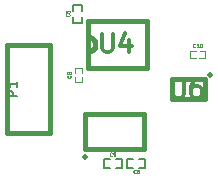
<source format=gto>
G04 (created by PCBNEW-RS274X (2012-apr-16-27)-stable) date Sat 17 May 2014 12:29:47 BST*
G01*
G70*
G90*
%MOIN*%
G04 Gerber Fmt 3.4, Leading zero omitted, Abs format*
%FSLAX34Y34*%
G04 APERTURE LIST*
%ADD10C,0.006000*%
%ADD11C,0.015000*%
%ADD12C,0.005000*%
%ADD13C,0.003900*%
%ADD14C,0.012000*%
%ADD15C,0.003000*%
%ADD16C,0.007900*%
G04 APERTURE END LIST*
G54D10*
G54D11*
X26221Y-28464D02*
X26221Y-29133D01*
X26221Y-29133D02*
X27323Y-29133D01*
X27323Y-29133D02*
X27323Y-28464D01*
X27323Y-28464D02*
X26221Y-28464D01*
X23679Y-27341D02*
X23679Y-27322D01*
X23679Y-27301D01*
X23676Y-27281D01*
X23671Y-27261D01*
X23665Y-27241D01*
X23657Y-27222D01*
X23647Y-27204D01*
X23636Y-27186D01*
X23624Y-27170D01*
X23610Y-27155D01*
X23595Y-27141D01*
X23578Y-27129D01*
X23561Y-27118D01*
X23542Y-27108D01*
X23523Y-27100D01*
X23504Y-27094D01*
X23484Y-27090D01*
X23463Y-27087D01*
X23464Y-27539D02*
X23482Y-27538D01*
X23501Y-27535D01*
X23520Y-27531D01*
X23538Y-27525D01*
X23555Y-27518D01*
X23572Y-27509D01*
X23588Y-27499D01*
X23603Y-27488D01*
X23617Y-27475D01*
X23630Y-27461D01*
X23641Y-27446D01*
X23651Y-27430D01*
X23660Y-27413D01*
X23667Y-27396D01*
X23673Y-27378D01*
X23677Y-27359D01*
X23680Y-27340D01*
X23681Y-27322D01*
X23425Y-26535D02*
X23425Y-28109D01*
X23425Y-28109D02*
X25393Y-28109D01*
X25393Y-28109D02*
X25393Y-26535D01*
X25393Y-26535D02*
X23425Y-26535D01*
X23425Y-26535D02*
X23444Y-26554D01*
G54D12*
X24351Y-31449D02*
X24551Y-31449D01*
X24551Y-31449D02*
X24551Y-31149D01*
X24551Y-31149D02*
X24351Y-31149D01*
X24151Y-31449D02*
X23951Y-31449D01*
X23951Y-31449D02*
X23951Y-31149D01*
X23951Y-31149D02*
X24151Y-31149D01*
X25139Y-31449D02*
X25339Y-31449D01*
X25339Y-31449D02*
X25339Y-31149D01*
X25339Y-31149D02*
X25139Y-31149D01*
X24939Y-31449D02*
X24739Y-31449D01*
X24739Y-31449D02*
X24739Y-31149D01*
X24739Y-31149D02*
X24939Y-31149D01*
X23220Y-26199D02*
X23220Y-25999D01*
X23220Y-25999D02*
X22920Y-25999D01*
X22920Y-25999D02*
X22920Y-26199D01*
X23220Y-26399D02*
X23220Y-26599D01*
X23220Y-26599D02*
X22920Y-26599D01*
X22920Y-26599D02*
X22920Y-26399D01*
G54D11*
X23346Y-30827D02*
X23346Y-29645D01*
X23346Y-29645D02*
X25314Y-29645D01*
X25314Y-29645D02*
X25314Y-30827D01*
X25314Y-30827D02*
X23346Y-30827D01*
X22166Y-30294D02*
X21457Y-30294D01*
X22166Y-27342D02*
X22166Y-30294D01*
X20748Y-27342D02*
X22166Y-27342D01*
X20748Y-30294D02*
X20748Y-27342D01*
X21457Y-30294D02*
X20748Y-30294D01*
X21457Y-30294D02*
X20748Y-30294D01*
X20748Y-30294D02*
X20748Y-27342D01*
X20748Y-27342D02*
X22166Y-27342D01*
X22166Y-27342D02*
X22166Y-30294D01*
X22166Y-30294D02*
X21457Y-30294D01*
G54D13*
X22992Y-28592D02*
X23228Y-28592D01*
X23228Y-28592D02*
X23228Y-28405D01*
X22992Y-28405D02*
X22992Y-28592D01*
X22992Y-28277D02*
X22992Y-28100D01*
X22992Y-28100D02*
X23228Y-28100D01*
X23228Y-28287D02*
X23228Y-28100D01*
X26841Y-27558D02*
X26841Y-27794D01*
X26841Y-27794D02*
X27028Y-27794D01*
X27028Y-27558D02*
X26841Y-27558D01*
X27156Y-27558D02*
X27333Y-27558D01*
X27333Y-27558D02*
X27333Y-27794D01*
X27146Y-27794D02*
X27333Y-27794D01*
G54D14*
X26276Y-28500D02*
X26276Y-28986D01*
X26304Y-29043D01*
X26333Y-29071D01*
X26390Y-29100D01*
X26504Y-29100D01*
X26562Y-29071D01*
X26590Y-29043D01*
X26619Y-28986D01*
X26619Y-28500D01*
X27162Y-28500D02*
X27048Y-28500D01*
X26991Y-28528D01*
X26962Y-28557D01*
X26905Y-28643D01*
X26876Y-28757D01*
X26876Y-28986D01*
X26905Y-29043D01*
X26933Y-29071D01*
X26991Y-29100D01*
X27105Y-29100D01*
X27162Y-29071D01*
X27191Y-29043D01*
X27219Y-28986D01*
X27219Y-28843D01*
X27191Y-28786D01*
X27162Y-28757D01*
X27105Y-28728D01*
X26991Y-28728D01*
X26933Y-28757D01*
X26905Y-28786D01*
X26876Y-28843D01*
X27470Y-28346D02*
X27498Y-28318D01*
X27527Y-28346D01*
X27498Y-28375D01*
X27470Y-28346D01*
X27527Y-28346D01*
X23912Y-26965D02*
X23912Y-27451D01*
X23940Y-27508D01*
X23969Y-27536D01*
X24026Y-27565D01*
X24140Y-27565D01*
X24198Y-27536D01*
X24226Y-27508D01*
X24255Y-27451D01*
X24255Y-26965D01*
X24798Y-27165D02*
X24798Y-27565D01*
X24655Y-26936D02*
X24512Y-27365D01*
X24884Y-27365D01*
G54D15*
X24231Y-31036D02*
X24225Y-31042D01*
X24208Y-31048D01*
X24197Y-31048D01*
X24180Y-31042D01*
X24168Y-31030D01*
X24163Y-31019D01*
X24157Y-30996D01*
X24157Y-30979D01*
X24163Y-30956D01*
X24168Y-30945D01*
X24180Y-30933D01*
X24197Y-30928D01*
X24208Y-30928D01*
X24225Y-30933D01*
X24231Y-30939D01*
X24288Y-31048D02*
X24311Y-31048D01*
X24323Y-31042D01*
X24328Y-31036D01*
X24340Y-31019D01*
X24345Y-30996D01*
X24345Y-30950D01*
X24340Y-30939D01*
X24334Y-30933D01*
X24323Y-30928D01*
X24300Y-30928D01*
X24288Y-30933D01*
X24283Y-30939D01*
X24277Y-30950D01*
X24277Y-30979D01*
X24283Y-30990D01*
X24288Y-30996D01*
X24300Y-31002D01*
X24323Y-31002D01*
X24334Y-30996D01*
X24340Y-30990D01*
X24345Y-30979D01*
X25018Y-31611D02*
X25012Y-31617D01*
X24995Y-31623D01*
X24984Y-31623D01*
X24967Y-31617D01*
X24955Y-31605D01*
X24950Y-31594D01*
X24944Y-31571D01*
X24944Y-31554D01*
X24950Y-31531D01*
X24955Y-31520D01*
X24967Y-31508D01*
X24984Y-31503D01*
X24995Y-31503D01*
X25012Y-31508D01*
X25018Y-31514D01*
X25121Y-31503D02*
X25098Y-31503D01*
X25087Y-31508D01*
X25081Y-31514D01*
X25070Y-31531D01*
X25064Y-31554D01*
X25064Y-31600D01*
X25070Y-31611D01*
X25075Y-31617D01*
X25087Y-31623D01*
X25110Y-31623D01*
X25121Y-31617D01*
X25127Y-31611D01*
X25132Y-31600D01*
X25132Y-31571D01*
X25127Y-31560D01*
X25121Y-31554D01*
X25110Y-31548D01*
X25087Y-31548D01*
X25075Y-31554D01*
X25070Y-31560D01*
X25064Y-31571D01*
X22807Y-26319D02*
X22813Y-26325D01*
X22819Y-26342D01*
X22819Y-26353D01*
X22813Y-26370D01*
X22801Y-26382D01*
X22790Y-26387D01*
X22767Y-26393D01*
X22750Y-26393D01*
X22727Y-26387D01*
X22716Y-26382D01*
X22704Y-26370D01*
X22699Y-26353D01*
X22699Y-26342D01*
X22704Y-26325D01*
X22710Y-26319D01*
X22699Y-26210D02*
X22699Y-26267D01*
X22756Y-26273D01*
X22750Y-26267D01*
X22744Y-26256D01*
X22744Y-26227D01*
X22750Y-26216D01*
X22756Y-26210D01*
X22767Y-26205D01*
X22796Y-26205D01*
X22807Y-26210D01*
X22813Y-26216D01*
X22819Y-26227D01*
X22819Y-26256D01*
X22813Y-26267D01*
X22807Y-26273D01*
G54D14*
X23315Y-31082D02*
X23343Y-31054D01*
X23372Y-31082D01*
X23343Y-31111D01*
X23315Y-31082D01*
X23372Y-31082D01*
G54D16*
X21072Y-29050D02*
X20757Y-29050D01*
X20757Y-28930D01*
X20772Y-28900D01*
X20787Y-28885D01*
X20817Y-28870D01*
X20862Y-28870D01*
X20892Y-28885D01*
X20907Y-28900D01*
X20922Y-28930D01*
X20922Y-29050D01*
X21072Y-28570D02*
X21072Y-28750D01*
X21072Y-28660D02*
X20757Y-28660D01*
X20802Y-28690D01*
X20832Y-28720D01*
X20847Y-28750D01*
G54D15*
X22847Y-28366D02*
X22853Y-28372D01*
X22859Y-28389D01*
X22859Y-28400D01*
X22853Y-28417D01*
X22841Y-28429D01*
X22830Y-28434D01*
X22807Y-28440D01*
X22790Y-28440D01*
X22767Y-28434D01*
X22756Y-28429D01*
X22744Y-28417D01*
X22739Y-28400D01*
X22739Y-28389D01*
X22744Y-28372D01*
X22750Y-28366D01*
X22790Y-28297D02*
X22784Y-28309D01*
X22779Y-28314D01*
X22767Y-28320D01*
X22761Y-28320D01*
X22750Y-28314D01*
X22744Y-28309D01*
X22739Y-28297D01*
X22739Y-28274D01*
X22744Y-28263D01*
X22750Y-28257D01*
X22761Y-28252D01*
X22767Y-28252D01*
X22779Y-28257D01*
X22784Y-28263D01*
X22790Y-28274D01*
X22790Y-28297D01*
X22796Y-28309D01*
X22801Y-28314D01*
X22813Y-28320D01*
X22836Y-28320D01*
X22847Y-28314D01*
X22853Y-28309D01*
X22859Y-28297D01*
X22859Y-28274D01*
X22853Y-28263D01*
X22847Y-28257D01*
X22836Y-28252D01*
X22813Y-28252D01*
X22801Y-28257D01*
X22796Y-28263D01*
X22790Y-28274D01*
X27010Y-27413D02*
X27004Y-27419D01*
X26987Y-27425D01*
X26976Y-27425D01*
X26959Y-27419D01*
X26947Y-27407D01*
X26942Y-27396D01*
X26936Y-27373D01*
X26936Y-27356D01*
X26942Y-27333D01*
X26947Y-27322D01*
X26959Y-27310D01*
X26976Y-27305D01*
X26987Y-27305D01*
X27004Y-27310D01*
X27010Y-27316D01*
X27124Y-27425D02*
X27056Y-27425D01*
X27090Y-27425D02*
X27090Y-27305D01*
X27079Y-27322D01*
X27067Y-27333D01*
X27056Y-27339D01*
X27198Y-27305D02*
X27210Y-27305D01*
X27221Y-27310D01*
X27227Y-27316D01*
X27233Y-27327D01*
X27238Y-27350D01*
X27238Y-27379D01*
X27233Y-27402D01*
X27227Y-27413D01*
X27221Y-27419D01*
X27210Y-27425D01*
X27198Y-27425D01*
X27187Y-27419D01*
X27181Y-27413D01*
X27176Y-27402D01*
X27170Y-27379D01*
X27170Y-27350D01*
X27176Y-27327D01*
X27181Y-27316D01*
X27187Y-27310D01*
X27198Y-27305D01*
M02*

</source>
